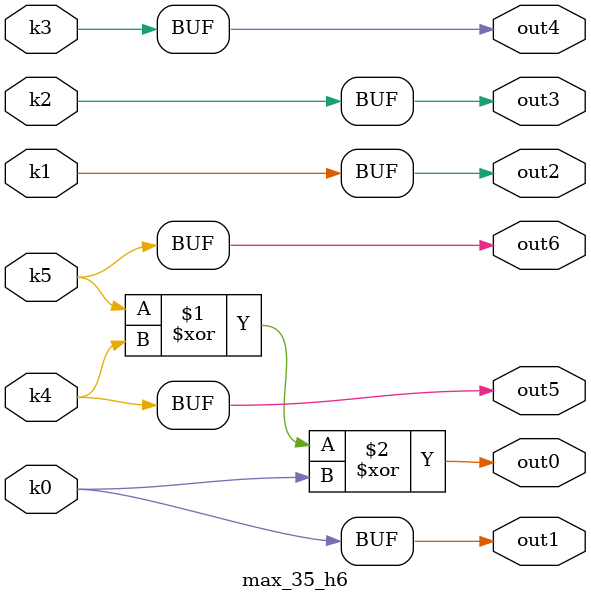
<source format=v>
module max_35(pi00, pi01, pi02, pi03, pi04, pi05, pi06, pi07, pi08, pi09, pi10, pi11, po0, po1, po2, po3, po4, po5, po6);
input pi00, pi01, pi02, pi03, pi04, pi05, pi06, pi07, pi08, pi09, pi10, pi11;
output po0, po1, po2, po3, po4, po5, po6;
wire k0, k1, k2, k3, k4, k5;
max_35_w6 DUT1 (pi00, pi01, pi02, pi03, pi04, pi05, pi06, pi07, pi08, pi09, pi10, pi11, k0, k1, k2, k3, k4, k5);
max_35_h6 DUT2 (k0, k1, k2, k3, k4, k5, po0, po1, po2, po3, po4, po5, po6);
endmodule

module max_35_w6(in11, in10, in9, in8, in7, in6, in5, in4, in3, in2, in1, in0, k5, k4, k3, k2, k1, k0);
input in11, in10, in9, in8, in7, in6, in5, in4, in3, in2, in1, in0;
output k5, k4, k3, k2, k1, k0;
assign k0 =   in0 ? ~in8 : ~in3;
assign k1 =   in0 ? ~in9 : ~in4;
assign k2 =   in0 ? ~in10 : ~in5;
assign k3 =   in0 ? ~in11 : ~in6;
assign k4 =   ~in7 & in2;
assign k5 =   (((~in11 | (in6 & ~in1)) & (in6 | ~in1)) | (~in8 & in3) | (~in9 & in4) | (~in10 & in5)) & ((~in8 & in3) | ((~in10 | in5 | (~in9 & in4)) & (~in9 | in4))) & (in2 | ~in7) & (~in8 | in3);
endmodule

module max_35_h6(k5, k4, k3, k2, k1, k0, out6, out5, out4, out3, out2, out1, out0);
input k5, k4, k3, k2, k1, k0;
output out6, out5, out4, out3, out2, out1, out0;
assign out0 = k5 ^ k4 ^ k0;
assign out1 = k0;
assign out2 = k1;
assign out3 = k2;
assign out4 = k3;
assign out5 = k4;
assign out6 = k5;
endmodule

</source>
